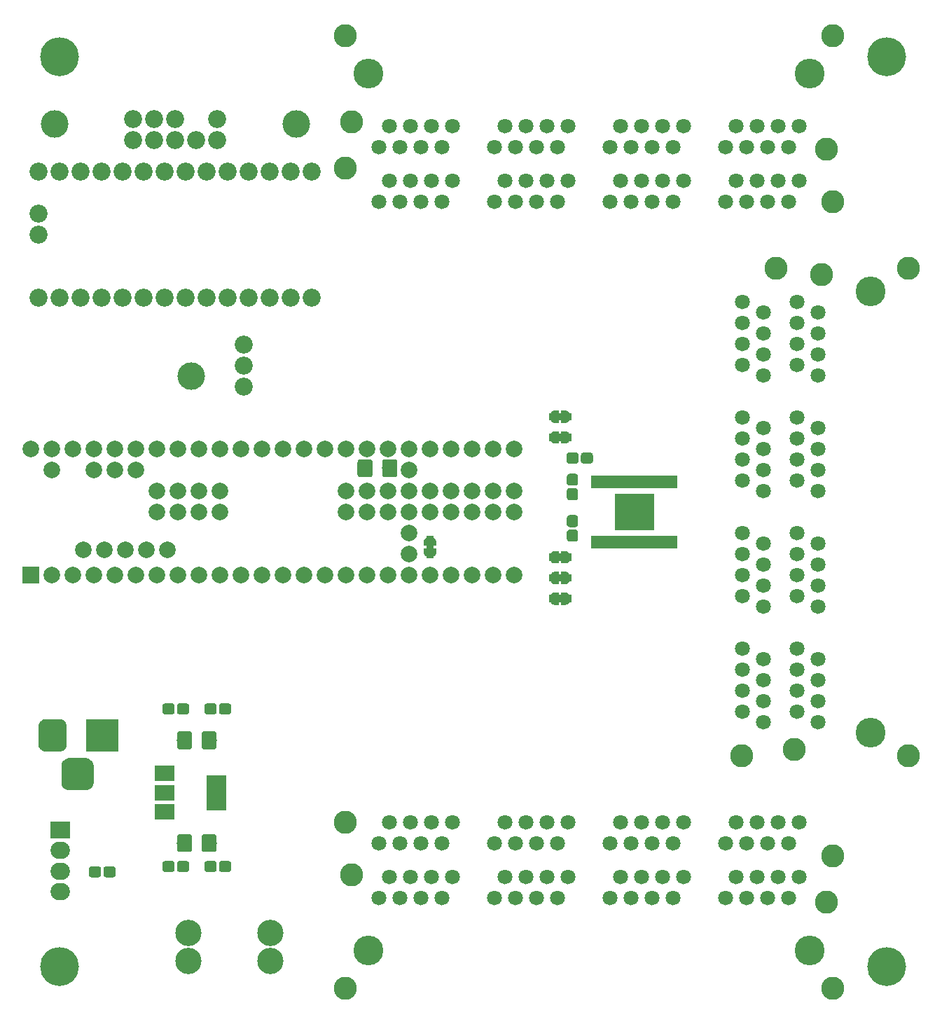
<source format=gts>
G04 #@! TF.GenerationSoftware,KiCad,Pcbnew,(5.0.0-rc2-dev-444-g2974a2c10)*
G04 #@! TF.CreationDate,2018-08-08T23:01:06-07:00*
G04 #@! TF.ProjectId,mcu_board,6D63755F626F6172642E6B696361645F,rev?*
G04 #@! TF.SameCoordinates,Original*
G04 #@! TF.FileFunction,Soldermask,Top*
G04 #@! TF.FilePolarity,Negative*
%FSLAX46Y46*%
G04 Gerber Fmt 4.6, Leading zero omitted, Abs format (unit mm)*
G04 Created by KiCad (PCBNEW (5.0.0-rc2-dev-444-g2974a2c10)) date 08/08/18 23:01:06*
%MOMM*%
%LPD*%
G01*
G04 APERTURE LIST*
%ADD10R,2.350000X2.100000*%
%ADD11O,2.350000X2.100000*%
%ADD12C,0.100000*%
%ADD13C,1.350000*%
%ADD14C,4.700000*%
%ADD15C,0.900000*%
%ADD16C,1.825000*%
%ADD17R,3.900000X3.900000*%
%ADD18C,3.400000*%
%ADD19C,3.900000*%
%ADD20C,3.180000*%
%ADD21R,0.800000X1.600000*%
%ADD22R,4.760000X4.510000*%
%ADD23R,2.400000X4.200000*%
%ADD24R,2.400000X1.900000*%
%ADD25C,3.321000*%
%ADD26C,2.178000*%
%ADD27C,1.808000*%
%ADD28C,2.800000*%
%ADD29C,3.600000*%
%ADD30C,2.000000*%
%ADD31R,2.000000X2.000000*%
G04 APERTURE END LIST*
D10*
X5080000Y-98440000D03*
D11*
X5080000Y-100940000D03*
X5080000Y-103440000D03*
X5080000Y-105940000D03*
D12*
G36*
X11455581Y-102846625D02*
X11488343Y-102851485D01*
X11520471Y-102859533D01*
X11551656Y-102870691D01*
X11581596Y-102884852D01*
X11610005Y-102901879D01*
X11636608Y-102921609D01*
X11661149Y-102943851D01*
X11683391Y-102968392D01*
X11703121Y-102994995D01*
X11720148Y-103023404D01*
X11734309Y-103053344D01*
X11745467Y-103084529D01*
X11753515Y-103116657D01*
X11758375Y-103149419D01*
X11760000Y-103182500D01*
X11760000Y-103857500D01*
X11758375Y-103890581D01*
X11753515Y-103923343D01*
X11745467Y-103955471D01*
X11734309Y-103986656D01*
X11720148Y-104016596D01*
X11703121Y-104045005D01*
X11683391Y-104071608D01*
X11661149Y-104096149D01*
X11636608Y-104118391D01*
X11610005Y-104138121D01*
X11581596Y-104155148D01*
X11551656Y-104169309D01*
X11520471Y-104180467D01*
X11488343Y-104188515D01*
X11455581Y-104193375D01*
X11422500Y-104195000D01*
X10647500Y-104195000D01*
X10614419Y-104193375D01*
X10581657Y-104188515D01*
X10549529Y-104180467D01*
X10518344Y-104169309D01*
X10488404Y-104155148D01*
X10459995Y-104138121D01*
X10433392Y-104118391D01*
X10408851Y-104096149D01*
X10386609Y-104071608D01*
X10366879Y-104045005D01*
X10349852Y-104016596D01*
X10335691Y-103986656D01*
X10324533Y-103955471D01*
X10316485Y-103923343D01*
X10311625Y-103890581D01*
X10310000Y-103857500D01*
X10310000Y-103182500D01*
X10311625Y-103149419D01*
X10316485Y-103116657D01*
X10324533Y-103084529D01*
X10335691Y-103053344D01*
X10349852Y-103023404D01*
X10366879Y-102994995D01*
X10386609Y-102968392D01*
X10408851Y-102943851D01*
X10433392Y-102921609D01*
X10459995Y-102901879D01*
X10488404Y-102884852D01*
X10518344Y-102870691D01*
X10549529Y-102859533D01*
X10581657Y-102851485D01*
X10614419Y-102846625D01*
X10647500Y-102845000D01*
X11422500Y-102845000D01*
X11455581Y-102846625D01*
X11455581Y-102846625D01*
G37*
D13*
X11035000Y-103520000D03*
D12*
G36*
X9705581Y-102846625D02*
X9738343Y-102851485D01*
X9770471Y-102859533D01*
X9801656Y-102870691D01*
X9831596Y-102884852D01*
X9860005Y-102901879D01*
X9886608Y-102921609D01*
X9911149Y-102943851D01*
X9933391Y-102968392D01*
X9953121Y-102994995D01*
X9970148Y-103023404D01*
X9984309Y-103053344D01*
X9995467Y-103084529D01*
X10003515Y-103116657D01*
X10008375Y-103149419D01*
X10010000Y-103182500D01*
X10010000Y-103857500D01*
X10008375Y-103890581D01*
X10003515Y-103923343D01*
X9995467Y-103955471D01*
X9984309Y-103986656D01*
X9970148Y-104016596D01*
X9953121Y-104045005D01*
X9933391Y-104071608D01*
X9911149Y-104096149D01*
X9886608Y-104118391D01*
X9860005Y-104138121D01*
X9831596Y-104155148D01*
X9801656Y-104169309D01*
X9770471Y-104180467D01*
X9738343Y-104188515D01*
X9705581Y-104193375D01*
X9672500Y-104195000D01*
X8897500Y-104195000D01*
X8864419Y-104193375D01*
X8831657Y-104188515D01*
X8799529Y-104180467D01*
X8768344Y-104169309D01*
X8738404Y-104155148D01*
X8709995Y-104138121D01*
X8683392Y-104118391D01*
X8658851Y-104096149D01*
X8636609Y-104071608D01*
X8616879Y-104045005D01*
X8599852Y-104016596D01*
X8585691Y-103986656D01*
X8574533Y-103955471D01*
X8566485Y-103923343D01*
X8561625Y-103890581D01*
X8560000Y-103857500D01*
X8560000Y-103182500D01*
X8561625Y-103149419D01*
X8566485Y-103116657D01*
X8574533Y-103084529D01*
X8585691Y-103053344D01*
X8599852Y-103023404D01*
X8616879Y-102994995D01*
X8636609Y-102968392D01*
X8658851Y-102943851D01*
X8683392Y-102921609D01*
X8709995Y-102901879D01*
X8738404Y-102884852D01*
X8768344Y-102870691D01*
X8799529Y-102859533D01*
X8831657Y-102851485D01*
X8864419Y-102846625D01*
X8897500Y-102845000D01*
X9672500Y-102845000D01*
X9705581Y-102846625D01*
X9705581Y-102846625D01*
G37*
D13*
X9285000Y-103520000D03*
D14*
X105000000Y-115000000D03*
X5000000Y-5000000D03*
X5000000Y-115000000D03*
X105000000Y-5000000D03*
D15*
X49771097Y-63623964D03*
D12*
G36*
X50221097Y-64123964D02*
X50221097Y-64323964D01*
X50071097Y-64323964D01*
X50071097Y-64523964D01*
X49471097Y-64523964D01*
X49471097Y-64323964D01*
X49321097Y-64323964D01*
X49321097Y-64123964D01*
X49021097Y-64123964D01*
X49021097Y-63623964D01*
X49021699Y-63623964D01*
X49021699Y-63599430D01*
X49026509Y-63550599D01*
X49036081Y-63502474D01*
X49050325Y-63455519D01*
X49069102Y-63410186D01*
X49092233Y-63366913D01*
X49119493Y-63326114D01*
X49150621Y-63288185D01*
X49185318Y-63253488D01*
X49223247Y-63222360D01*
X49264046Y-63195100D01*
X49307319Y-63171969D01*
X49321097Y-63166262D01*
X49321097Y-62923964D01*
X50221097Y-62923964D01*
X50221097Y-63166262D01*
X50234875Y-63171969D01*
X50278148Y-63195100D01*
X50318947Y-63222360D01*
X50356876Y-63253488D01*
X50391573Y-63288185D01*
X50422701Y-63326114D01*
X50449961Y-63366913D01*
X50473092Y-63410186D01*
X50491869Y-63455519D01*
X50506113Y-63502474D01*
X50515685Y-63550599D01*
X50520495Y-63599430D01*
X50520495Y-63623964D01*
X50521097Y-63623964D01*
X50521097Y-64123964D01*
X50221097Y-64123964D01*
X50221097Y-64123964D01*
G37*
D15*
X49771097Y-64923964D03*
D12*
G36*
X50520495Y-64923964D02*
X50520495Y-64948498D01*
X50515685Y-64997329D01*
X50506113Y-65045454D01*
X50491869Y-65092409D01*
X50473092Y-65137742D01*
X50449961Y-65181015D01*
X50422701Y-65221814D01*
X50391573Y-65259743D01*
X50356876Y-65294440D01*
X50318947Y-65325568D01*
X50278148Y-65352828D01*
X50234875Y-65375959D01*
X50221097Y-65381666D01*
X50221097Y-65623964D01*
X49321097Y-65623964D01*
X49321097Y-65381666D01*
X49307319Y-65375959D01*
X49264046Y-65352828D01*
X49223247Y-65325568D01*
X49185318Y-65294440D01*
X49150621Y-65259743D01*
X49119493Y-65221814D01*
X49092233Y-65181015D01*
X49069102Y-65137742D01*
X49050325Y-65092409D01*
X49036081Y-65045454D01*
X49026509Y-64997329D01*
X49021699Y-64948498D01*
X49021699Y-64923964D01*
X49021097Y-64923964D01*
X49021097Y-64423964D01*
X49321097Y-64423964D01*
X49321097Y-64223964D01*
X50221097Y-64223964D01*
X50221097Y-64423964D01*
X50521097Y-64423964D01*
X50521097Y-64923964D01*
X50520495Y-64923964D01*
X50520495Y-64923964D01*
G37*
G36*
X67370581Y-55401625D02*
X67403343Y-55406485D01*
X67435471Y-55414533D01*
X67466656Y-55425691D01*
X67496596Y-55439852D01*
X67525005Y-55456879D01*
X67551608Y-55476609D01*
X67576149Y-55498851D01*
X67598391Y-55523392D01*
X67618121Y-55549995D01*
X67635148Y-55578404D01*
X67649309Y-55608344D01*
X67660467Y-55639529D01*
X67668515Y-55671657D01*
X67673375Y-55704419D01*
X67675000Y-55737500D01*
X67675000Y-56512500D01*
X67673375Y-56545581D01*
X67668515Y-56578343D01*
X67660467Y-56610471D01*
X67649309Y-56641656D01*
X67635148Y-56671596D01*
X67618121Y-56700005D01*
X67598391Y-56726608D01*
X67576149Y-56751149D01*
X67551608Y-56773391D01*
X67525005Y-56793121D01*
X67496596Y-56810148D01*
X67466656Y-56824309D01*
X67435471Y-56835467D01*
X67403343Y-56843515D01*
X67370581Y-56848375D01*
X67337500Y-56850000D01*
X66662500Y-56850000D01*
X66629419Y-56848375D01*
X66596657Y-56843515D01*
X66564529Y-56835467D01*
X66533344Y-56824309D01*
X66503404Y-56810148D01*
X66474995Y-56793121D01*
X66448392Y-56773391D01*
X66423851Y-56751149D01*
X66401609Y-56726608D01*
X66381879Y-56700005D01*
X66364852Y-56671596D01*
X66350691Y-56641656D01*
X66339533Y-56610471D01*
X66331485Y-56578343D01*
X66326625Y-56545581D01*
X66325000Y-56512500D01*
X66325000Y-55737500D01*
X66326625Y-55704419D01*
X66331485Y-55671657D01*
X66339533Y-55639529D01*
X66350691Y-55608344D01*
X66364852Y-55578404D01*
X66381879Y-55549995D01*
X66401609Y-55523392D01*
X66423851Y-55498851D01*
X66448392Y-55476609D01*
X66474995Y-55456879D01*
X66503404Y-55439852D01*
X66533344Y-55425691D01*
X66564529Y-55414533D01*
X66596657Y-55406485D01*
X66629419Y-55401625D01*
X66662500Y-55400000D01*
X67337500Y-55400000D01*
X67370581Y-55401625D01*
X67370581Y-55401625D01*
G37*
D13*
X67000000Y-56125000D03*
D12*
G36*
X67370581Y-57151625D02*
X67403343Y-57156485D01*
X67435471Y-57164533D01*
X67466656Y-57175691D01*
X67496596Y-57189852D01*
X67525005Y-57206879D01*
X67551608Y-57226609D01*
X67576149Y-57248851D01*
X67598391Y-57273392D01*
X67618121Y-57299995D01*
X67635148Y-57328404D01*
X67649309Y-57358344D01*
X67660467Y-57389529D01*
X67668515Y-57421657D01*
X67673375Y-57454419D01*
X67675000Y-57487500D01*
X67675000Y-58262500D01*
X67673375Y-58295581D01*
X67668515Y-58328343D01*
X67660467Y-58360471D01*
X67649309Y-58391656D01*
X67635148Y-58421596D01*
X67618121Y-58450005D01*
X67598391Y-58476608D01*
X67576149Y-58501149D01*
X67551608Y-58523391D01*
X67525005Y-58543121D01*
X67496596Y-58560148D01*
X67466656Y-58574309D01*
X67435471Y-58585467D01*
X67403343Y-58593515D01*
X67370581Y-58598375D01*
X67337500Y-58600000D01*
X66662500Y-58600000D01*
X66629419Y-58598375D01*
X66596657Y-58593515D01*
X66564529Y-58585467D01*
X66533344Y-58574309D01*
X66503404Y-58560148D01*
X66474995Y-58543121D01*
X66448392Y-58523391D01*
X66423851Y-58501149D01*
X66401609Y-58476608D01*
X66381879Y-58450005D01*
X66364852Y-58421596D01*
X66350691Y-58391656D01*
X66339533Y-58360471D01*
X66331485Y-58328343D01*
X66326625Y-58295581D01*
X66325000Y-58262500D01*
X66325000Y-57487500D01*
X66326625Y-57454419D01*
X66331485Y-57421657D01*
X66339533Y-57389529D01*
X66350691Y-57358344D01*
X66364852Y-57328404D01*
X66381879Y-57299995D01*
X66401609Y-57273392D01*
X66423851Y-57248851D01*
X66448392Y-57226609D01*
X66474995Y-57206879D01*
X66503404Y-57189852D01*
X66533344Y-57175691D01*
X66564529Y-57164533D01*
X66596657Y-57156485D01*
X66629419Y-57151625D01*
X66662500Y-57150000D01*
X67337500Y-57150000D01*
X67370581Y-57151625D01*
X67370581Y-57151625D01*
G37*
D13*
X67000000Y-57875000D03*
D12*
G36*
X23701207Y-98976542D02*
X23732287Y-98981152D01*
X23762766Y-98988787D01*
X23792350Y-98999372D01*
X23820754Y-99012806D01*
X23847704Y-99028959D01*
X23872942Y-99047677D01*
X23896223Y-99068777D01*
X23917323Y-99092058D01*
X23936041Y-99117296D01*
X23952194Y-99144246D01*
X23965628Y-99172650D01*
X23976213Y-99202234D01*
X23983848Y-99232713D01*
X23988458Y-99263793D01*
X23990000Y-99295176D01*
X23990000Y-100804824D01*
X23988458Y-100836207D01*
X23983848Y-100867287D01*
X23976213Y-100897766D01*
X23965628Y-100927350D01*
X23952194Y-100955754D01*
X23936041Y-100982704D01*
X23917323Y-101007942D01*
X23896223Y-101031223D01*
X23872942Y-101052323D01*
X23847704Y-101071041D01*
X23820754Y-101087194D01*
X23792350Y-101100628D01*
X23762766Y-101111213D01*
X23732287Y-101118848D01*
X23701207Y-101123458D01*
X23669824Y-101125000D01*
X22485176Y-101125000D01*
X22453793Y-101123458D01*
X22422713Y-101118848D01*
X22392234Y-101111213D01*
X22362650Y-101100628D01*
X22334246Y-101087194D01*
X22307296Y-101071041D01*
X22282058Y-101052323D01*
X22258777Y-101031223D01*
X22237677Y-101007942D01*
X22218959Y-100982704D01*
X22202806Y-100955754D01*
X22189372Y-100927350D01*
X22178787Y-100897766D01*
X22171152Y-100867287D01*
X22166542Y-100836207D01*
X22165000Y-100804824D01*
X22165000Y-99295176D01*
X22166542Y-99263793D01*
X22171152Y-99232713D01*
X22178787Y-99202234D01*
X22189372Y-99172650D01*
X22202806Y-99144246D01*
X22218959Y-99117296D01*
X22237677Y-99092058D01*
X22258777Y-99068777D01*
X22282058Y-99047677D01*
X22307296Y-99028959D01*
X22334246Y-99012806D01*
X22362650Y-98999372D01*
X22392234Y-98988787D01*
X22422713Y-98981152D01*
X22453793Y-98976542D01*
X22485176Y-98975000D01*
X23669824Y-98975000D01*
X23701207Y-98976542D01*
X23701207Y-98976542D01*
G37*
D16*
X23077500Y-100050000D03*
D12*
G36*
X20726207Y-98976542D02*
X20757287Y-98981152D01*
X20787766Y-98988787D01*
X20817350Y-98999372D01*
X20845754Y-99012806D01*
X20872704Y-99028959D01*
X20897942Y-99047677D01*
X20921223Y-99068777D01*
X20942323Y-99092058D01*
X20961041Y-99117296D01*
X20977194Y-99144246D01*
X20990628Y-99172650D01*
X21001213Y-99202234D01*
X21008848Y-99232713D01*
X21013458Y-99263793D01*
X21015000Y-99295176D01*
X21015000Y-100804824D01*
X21013458Y-100836207D01*
X21008848Y-100867287D01*
X21001213Y-100897766D01*
X20990628Y-100927350D01*
X20977194Y-100955754D01*
X20961041Y-100982704D01*
X20942323Y-101007942D01*
X20921223Y-101031223D01*
X20897942Y-101052323D01*
X20872704Y-101071041D01*
X20845754Y-101087194D01*
X20817350Y-101100628D01*
X20787766Y-101111213D01*
X20757287Y-101118848D01*
X20726207Y-101123458D01*
X20694824Y-101125000D01*
X19510176Y-101125000D01*
X19478793Y-101123458D01*
X19447713Y-101118848D01*
X19417234Y-101111213D01*
X19387650Y-101100628D01*
X19359246Y-101087194D01*
X19332296Y-101071041D01*
X19307058Y-101052323D01*
X19283777Y-101031223D01*
X19262677Y-101007942D01*
X19243959Y-100982704D01*
X19227806Y-100955754D01*
X19214372Y-100927350D01*
X19203787Y-100897766D01*
X19196152Y-100867287D01*
X19191542Y-100836207D01*
X19190000Y-100804824D01*
X19190000Y-99295176D01*
X19191542Y-99263793D01*
X19196152Y-99232713D01*
X19203787Y-99202234D01*
X19214372Y-99172650D01*
X19227806Y-99144246D01*
X19243959Y-99117296D01*
X19262677Y-99092058D01*
X19283777Y-99068777D01*
X19307058Y-99047677D01*
X19332296Y-99028959D01*
X19359246Y-99012806D01*
X19387650Y-98999372D01*
X19417234Y-98988787D01*
X19447713Y-98981152D01*
X19478793Y-98976542D01*
X19510176Y-98975000D01*
X20694824Y-98975000D01*
X20726207Y-98976542D01*
X20726207Y-98976542D01*
G37*
D16*
X20102500Y-100050000D03*
D12*
G36*
X23701207Y-86556542D02*
X23732287Y-86561152D01*
X23762766Y-86568787D01*
X23792350Y-86579372D01*
X23820754Y-86592806D01*
X23847704Y-86608959D01*
X23872942Y-86627677D01*
X23896223Y-86648777D01*
X23917323Y-86672058D01*
X23936041Y-86697296D01*
X23952194Y-86724246D01*
X23965628Y-86752650D01*
X23976213Y-86782234D01*
X23983848Y-86812713D01*
X23988458Y-86843793D01*
X23990000Y-86875176D01*
X23990000Y-88384824D01*
X23988458Y-88416207D01*
X23983848Y-88447287D01*
X23976213Y-88477766D01*
X23965628Y-88507350D01*
X23952194Y-88535754D01*
X23936041Y-88562704D01*
X23917323Y-88587942D01*
X23896223Y-88611223D01*
X23872942Y-88632323D01*
X23847704Y-88651041D01*
X23820754Y-88667194D01*
X23792350Y-88680628D01*
X23762766Y-88691213D01*
X23732287Y-88698848D01*
X23701207Y-88703458D01*
X23669824Y-88705000D01*
X22485176Y-88705000D01*
X22453793Y-88703458D01*
X22422713Y-88698848D01*
X22392234Y-88691213D01*
X22362650Y-88680628D01*
X22334246Y-88667194D01*
X22307296Y-88651041D01*
X22282058Y-88632323D01*
X22258777Y-88611223D01*
X22237677Y-88587942D01*
X22218959Y-88562704D01*
X22202806Y-88535754D01*
X22189372Y-88507350D01*
X22178787Y-88477766D01*
X22171152Y-88447287D01*
X22166542Y-88416207D01*
X22165000Y-88384824D01*
X22165000Y-86875176D01*
X22166542Y-86843793D01*
X22171152Y-86812713D01*
X22178787Y-86782234D01*
X22189372Y-86752650D01*
X22202806Y-86724246D01*
X22218959Y-86697296D01*
X22237677Y-86672058D01*
X22258777Y-86648777D01*
X22282058Y-86627677D01*
X22307296Y-86608959D01*
X22334246Y-86592806D01*
X22362650Y-86579372D01*
X22392234Y-86568787D01*
X22422713Y-86561152D01*
X22453793Y-86556542D01*
X22485176Y-86555000D01*
X23669824Y-86555000D01*
X23701207Y-86556542D01*
X23701207Y-86556542D01*
G37*
D16*
X23077500Y-87630000D03*
D12*
G36*
X20726207Y-86556542D02*
X20757287Y-86561152D01*
X20787766Y-86568787D01*
X20817350Y-86579372D01*
X20845754Y-86592806D01*
X20872704Y-86608959D01*
X20897942Y-86627677D01*
X20921223Y-86648777D01*
X20942323Y-86672058D01*
X20961041Y-86697296D01*
X20977194Y-86724246D01*
X20990628Y-86752650D01*
X21001213Y-86782234D01*
X21008848Y-86812713D01*
X21013458Y-86843793D01*
X21015000Y-86875176D01*
X21015000Y-88384824D01*
X21013458Y-88416207D01*
X21008848Y-88447287D01*
X21001213Y-88477766D01*
X20990628Y-88507350D01*
X20977194Y-88535754D01*
X20961041Y-88562704D01*
X20942323Y-88587942D01*
X20921223Y-88611223D01*
X20897942Y-88632323D01*
X20872704Y-88651041D01*
X20845754Y-88667194D01*
X20817350Y-88680628D01*
X20787766Y-88691213D01*
X20757287Y-88698848D01*
X20726207Y-88703458D01*
X20694824Y-88705000D01*
X19510176Y-88705000D01*
X19478793Y-88703458D01*
X19447713Y-88698848D01*
X19417234Y-88691213D01*
X19387650Y-88680628D01*
X19359246Y-88667194D01*
X19332296Y-88651041D01*
X19307058Y-88632323D01*
X19283777Y-88611223D01*
X19262677Y-88587942D01*
X19243959Y-88562704D01*
X19227806Y-88535754D01*
X19214372Y-88507350D01*
X19203787Y-88477766D01*
X19196152Y-88447287D01*
X19191542Y-88416207D01*
X19190000Y-88384824D01*
X19190000Y-86875176D01*
X19191542Y-86843793D01*
X19196152Y-86812713D01*
X19203787Y-86782234D01*
X19214372Y-86752650D01*
X19227806Y-86724246D01*
X19243959Y-86697296D01*
X19262677Y-86672058D01*
X19283777Y-86648777D01*
X19307058Y-86627677D01*
X19332296Y-86608959D01*
X19359246Y-86592806D01*
X19387650Y-86579372D01*
X19417234Y-86568787D01*
X19447713Y-86561152D01*
X19478793Y-86556542D01*
X19510176Y-86555000D01*
X20694824Y-86555000D01*
X20726207Y-86556542D01*
X20726207Y-86556542D01*
G37*
D16*
X20102500Y-87630000D03*
D12*
G36*
X45532304Y-53660506D02*
X45563384Y-53665116D01*
X45593863Y-53672751D01*
X45623447Y-53683336D01*
X45651851Y-53696770D01*
X45678801Y-53712923D01*
X45704039Y-53731641D01*
X45727320Y-53752741D01*
X45748420Y-53776022D01*
X45767138Y-53801260D01*
X45783291Y-53828210D01*
X45796725Y-53856614D01*
X45807310Y-53886198D01*
X45814945Y-53916677D01*
X45819555Y-53947757D01*
X45821097Y-53979140D01*
X45821097Y-55488788D01*
X45819555Y-55520171D01*
X45814945Y-55551251D01*
X45807310Y-55581730D01*
X45796725Y-55611314D01*
X45783291Y-55639718D01*
X45767138Y-55666668D01*
X45748420Y-55691906D01*
X45727320Y-55715187D01*
X45704039Y-55736287D01*
X45678801Y-55755005D01*
X45651851Y-55771158D01*
X45623447Y-55784592D01*
X45593863Y-55795177D01*
X45563384Y-55802812D01*
X45532304Y-55807422D01*
X45500921Y-55808964D01*
X44316273Y-55808964D01*
X44284890Y-55807422D01*
X44253810Y-55802812D01*
X44223331Y-55795177D01*
X44193747Y-55784592D01*
X44165343Y-55771158D01*
X44138393Y-55755005D01*
X44113155Y-55736287D01*
X44089874Y-55715187D01*
X44068774Y-55691906D01*
X44050056Y-55666668D01*
X44033903Y-55639718D01*
X44020469Y-55611314D01*
X44009884Y-55581730D01*
X44002249Y-55551251D01*
X43997639Y-55520171D01*
X43996097Y-55488788D01*
X43996097Y-53979140D01*
X43997639Y-53947757D01*
X44002249Y-53916677D01*
X44009884Y-53886198D01*
X44020469Y-53856614D01*
X44033903Y-53828210D01*
X44050056Y-53801260D01*
X44068774Y-53776022D01*
X44089874Y-53752741D01*
X44113155Y-53731641D01*
X44138393Y-53712923D01*
X44165343Y-53696770D01*
X44193747Y-53683336D01*
X44223331Y-53672751D01*
X44253810Y-53665116D01*
X44284890Y-53660506D01*
X44316273Y-53658964D01*
X45500921Y-53658964D01*
X45532304Y-53660506D01*
X45532304Y-53660506D01*
G37*
D16*
X44908597Y-54733964D03*
D12*
G36*
X42557304Y-53660506D02*
X42588384Y-53665116D01*
X42618863Y-53672751D01*
X42648447Y-53683336D01*
X42676851Y-53696770D01*
X42703801Y-53712923D01*
X42729039Y-53731641D01*
X42752320Y-53752741D01*
X42773420Y-53776022D01*
X42792138Y-53801260D01*
X42808291Y-53828210D01*
X42821725Y-53856614D01*
X42832310Y-53886198D01*
X42839945Y-53916677D01*
X42844555Y-53947757D01*
X42846097Y-53979140D01*
X42846097Y-55488788D01*
X42844555Y-55520171D01*
X42839945Y-55551251D01*
X42832310Y-55581730D01*
X42821725Y-55611314D01*
X42808291Y-55639718D01*
X42792138Y-55666668D01*
X42773420Y-55691906D01*
X42752320Y-55715187D01*
X42729039Y-55736287D01*
X42703801Y-55755005D01*
X42676851Y-55771158D01*
X42648447Y-55784592D01*
X42618863Y-55795177D01*
X42588384Y-55802812D01*
X42557304Y-55807422D01*
X42525921Y-55808964D01*
X41341273Y-55808964D01*
X41309890Y-55807422D01*
X41278810Y-55802812D01*
X41248331Y-55795177D01*
X41218747Y-55784592D01*
X41190343Y-55771158D01*
X41163393Y-55755005D01*
X41138155Y-55736287D01*
X41114874Y-55715187D01*
X41093774Y-55691906D01*
X41075056Y-55666668D01*
X41058903Y-55639718D01*
X41045469Y-55611314D01*
X41034884Y-55581730D01*
X41027249Y-55551251D01*
X41022639Y-55520171D01*
X41021097Y-55488788D01*
X41021097Y-53979140D01*
X41022639Y-53947757D01*
X41027249Y-53916677D01*
X41034884Y-53886198D01*
X41045469Y-53856614D01*
X41058903Y-53828210D01*
X41075056Y-53801260D01*
X41093774Y-53776022D01*
X41114874Y-53752741D01*
X41138155Y-53731641D01*
X41163393Y-53712923D01*
X41190343Y-53696770D01*
X41218747Y-53683336D01*
X41248331Y-53672751D01*
X41278810Y-53665116D01*
X41309890Y-53660506D01*
X41341273Y-53658964D01*
X42525921Y-53658964D01*
X42557304Y-53660506D01*
X42557304Y-53660506D01*
G37*
D16*
X41933597Y-54733964D03*
D17*
X10160000Y-87010000D03*
D12*
G36*
X5093315Y-85064093D02*
X5175827Y-85076333D01*
X5256742Y-85096601D01*
X5335281Y-85124702D01*
X5410687Y-85160367D01*
X5482235Y-85203251D01*
X5549234Y-85252941D01*
X5611041Y-85308959D01*
X5667059Y-85370766D01*
X5716749Y-85437765D01*
X5759633Y-85509313D01*
X5795298Y-85584719D01*
X5823399Y-85663258D01*
X5843667Y-85744173D01*
X5855907Y-85826685D01*
X5860000Y-85910000D01*
X5860000Y-88110000D01*
X5855907Y-88193315D01*
X5843667Y-88275827D01*
X5823399Y-88356742D01*
X5795298Y-88435281D01*
X5759633Y-88510687D01*
X5716749Y-88582235D01*
X5667059Y-88649234D01*
X5611041Y-88711041D01*
X5549234Y-88767059D01*
X5482235Y-88816749D01*
X5410687Y-88859633D01*
X5335281Y-88895298D01*
X5256742Y-88923399D01*
X5175827Y-88943667D01*
X5093315Y-88955907D01*
X5010000Y-88960000D01*
X3310000Y-88960000D01*
X3226685Y-88955907D01*
X3144173Y-88943667D01*
X3063258Y-88923399D01*
X2984719Y-88895298D01*
X2909313Y-88859633D01*
X2837765Y-88816749D01*
X2770766Y-88767059D01*
X2708959Y-88711041D01*
X2652941Y-88649234D01*
X2603251Y-88582235D01*
X2560367Y-88510687D01*
X2524702Y-88435281D01*
X2496601Y-88356742D01*
X2476333Y-88275827D01*
X2464093Y-88193315D01*
X2460000Y-88110000D01*
X2460000Y-85910000D01*
X2464093Y-85826685D01*
X2476333Y-85744173D01*
X2496601Y-85663258D01*
X2524702Y-85584719D01*
X2560367Y-85509313D01*
X2603251Y-85437765D01*
X2652941Y-85370766D01*
X2708959Y-85308959D01*
X2770766Y-85252941D01*
X2837765Y-85203251D01*
X2909313Y-85160367D01*
X2984719Y-85124702D01*
X3063258Y-85096601D01*
X3144173Y-85076333D01*
X3226685Y-85064093D01*
X3310000Y-85060000D01*
X5010000Y-85060000D01*
X5093315Y-85064093D01*
X5093315Y-85064093D01*
G37*
D18*
X4160000Y-87010000D03*
D12*
G36*
X8230567Y-89764695D02*
X8325213Y-89778734D01*
X8418028Y-89801983D01*
X8508116Y-89834217D01*
X8594612Y-89875127D01*
X8676681Y-89924317D01*
X8753533Y-89981315D01*
X8824429Y-90045571D01*
X8888685Y-90116467D01*
X8945683Y-90193319D01*
X8994873Y-90275388D01*
X9035783Y-90361884D01*
X9068017Y-90451972D01*
X9091266Y-90544787D01*
X9105305Y-90639433D01*
X9110000Y-90735000D01*
X9110000Y-92685000D01*
X9105305Y-92780567D01*
X9091266Y-92875213D01*
X9068017Y-92968028D01*
X9035783Y-93058116D01*
X8994873Y-93144612D01*
X8945683Y-93226681D01*
X8888685Y-93303533D01*
X8824429Y-93374429D01*
X8753533Y-93438685D01*
X8676681Y-93495683D01*
X8594612Y-93544873D01*
X8508116Y-93585783D01*
X8418028Y-93618017D01*
X8325213Y-93641266D01*
X8230567Y-93655305D01*
X8135000Y-93660000D01*
X6185000Y-93660000D01*
X6089433Y-93655305D01*
X5994787Y-93641266D01*
X5901972Y-93618017D01*
X5811884Y-93585783D01*
X5725388Y-93544873D01*
X5643319Y-93495683D01*
X5566467Y-93438685D01*
X5495571Y-93374429D01*
X5431315Y-93303533D01*
X5374317Y-93226681D01*
X5325127Y-93144612D01*
X5284217Y-93058116D01*
X5251983Y-92968028D01*
X5228734Y-92875213D01*
X5214695Y-92780567D01*
X5210000Y-92685000D01*
X5210000Y-90735000D01*
X5214695Y-90639433D01*
X5228734Y-90544787D01*
X5251983Y-90451972D01*
X5284217Y-90361884D01*
X5325127Y-90275388D01*
X5374317Y-90193319D01*
X5431315Y-90116467D01*
X5495571Y-90045571D01*
X5566467Y-89981315D01*
X5643319Y-89924317D01*
X5725388Y-89875127D01*
X5811884Y-89834217D01*
X5901972Y-89801983D01*
X5994787Y-89778734D01*
X6089433Y-89764695D01*
X6185000Y-89760000D01*
X8135000Y-89760000D01*
X8230567Y-89764695D01*
X8230567Y-89764695D01*
G37*
D19*
X7160000Y-91710000D03*
D20*
X30480000Y-114300000D03*
X30480000Y-110900000D03*
X20560000Y-114300000D03*
X20560000Y-110900000D03*
D15*
X64850000Y-51000000D03*
D12*
G36*
X65350000Y-50550000D02*
X65550000Y-50550000D01*
X65550000Y-50700000D01*
X65750000Y-50700000D01*
X65750000Y-51300000D01*
X65550000Y-51300000D01*
X65550000Y-51450000D01*
X65350000Y-51450000D01*
X65350000Y-51750000D01*
X64850000Y-51750000D01*
X64850000Y-51749398D01*
X64825466Y-51749398D01*
X64776635Y-51744588D01*
X64728510Y-51735016D01*
X64681555Y-51720772D01*
X64636222Y-51701995D01*
X64592949Y-51678864D01*
X64552150Y-51651604D01*
X64514221Y-51620476D01*
X64479524Y-51585779D01*
X64448396Y-51547850D01*
X64421136Y-51507051D01*
X64398005Y-51463778D01*
X64392298Y-51450000D01*
X64150000Y-51450000D01*
X64150000Y-50550000D01*
X64392298Y-50550000D01*
X64398005Y-50536222D01*
X64421136Y-50492949D01*
X64448396Y-50452150D01*
X64479524Y-50414221D01*
X64514221Y-50379524D01*
X64552150Y-50348396D01*
X64592949Y-50321136D01*
X64636222Y-50298005D01*
X64681555Y-50279228D01*
X64728510Y-50264984D01*
X64776635Y-50255412D01*
X64825466Y-50250602D01*
X64850000Y-50250602D01*
X64850000Y-50250000D01*
X65350000Y-50250000D01*
X65350000Y-50550000D01*
X65350000Y-50550000D01*
G37*
D15*
X66150000Y-51000000D03*
D12*
G36*
X66150000Y-50250602D02*
X66174534Y-50250602D01*
X66223365Y-50255412D01*
X66271490Y-50264984D01*
X66318445Y-50279228D01*
X66363778Y-50298005D01*
X66407051Y-50321136D01*
X66447850Y-50348396D01*
X66485779Y-50379524D01*
X66520476Y-50414221D01*
X66551604Y-50452150D01*
X66578864Y-50492949D01*
X66601995Y-50536222D01*
X66607702Y-50550000D01*
X66850000Y-50550000D01*
X66850000Y-51450000D01*
X66607702Y-51450000D01*
X66601995Y-51463778D01*
X66578864Y-51507051D01*
X66551604Y-51547850D01*
X66520476Y-51585779D01*
X66485779Y-51620476D01*
X66447850Y-51651604D01*
X66407051Y-51678864D01*
X66363778Y-51701995D01*
X66318445Y-51720772D01*
X66271490Y-51735016D01*
X66223365Y-51744588D01*
X66174534Y-51749398D01*
X66150000Y-51749398D01*
X66150000Y-51750000D01*
X65650000Y-51750000D01*
X65650000Y-51450000D01*
X65450000Y-51450000D01*
X65450000Y-50550000D01*
X65650000Y-50550000D01*
X65650000Y-50250000D01*
X66150000Y-50250000D01*
X66150000Y-50250602D01*
X66150000Y-50250602D01*
G37*
D15*
X66150000Y-70500000D03*
D12*
G36*
X66150000Y-69750602D02*
X66174534Y-69750602D01*
X66223365Y-69755412D01*
X66271490Y-69764984D01*
X66318445Y-69779228D01*
X66363778Y-69798005D01*
X66407051Y-69821136D01*
X66447850Y-69848396D01*
X66485779Y-69879524D01*
X66520476Y-69914221D01*
X66551604Y-69952150D01*
X66578864Y-69992949D01*
X66601995Y-70036222D01*
X66607702Y-70050000D01*
X66850000Y-70050000D01*
X66850000Y-70950000D01*
X66607702Y-70950000D01*
X66601995Y-70963778D01*
X66578864Y-71007051D01*
X66551604Y-71047850D01*
X66520476Y-71085779D01*
X66485779Y-71120476D01*
X66447850Y-71151604D01*
X66407051Y-71178864D01*
X66363778Y-71201995D01*
X66318445Y-71220772D01*
X66271490Y-71235016D01*
X66223365Y-71244588D01*
X66174534Y-71249398D01*
X66150000Y-71249398D01*
X66150000Y-71250000D01*
X65650000Y-71250000D01*
X65650000Y-70950000D01*
X65450000Y-70950000D01*
X65450000Y-70050000D01*
X65650000Y-70050000D01*
X65650000Y-69750000D01*
X66150000Y-69750000D01*
X66150000Y-69750602D01*
X66150000Y-69750602D01*
G37*
D15*
X64850000Y-70500000D03*
D12*
G36*
X65350000Y-70050000D02*
X65550000Y-70050000D01*
X65550000Y-70200000D01*
X65750000Y-70200000D01*
X65750000Y-70800000D01*
X65550000Y-70800000D01*
X65550000Y-70950000D01*
X65350000Y-70950000D01*
X65350000Y-71250000D01*
X64850000Y-71250000D01*
X64850000Y-71249398D01*
X64825466Y-71249398D01*
X64776635Y-71244588D01*
X64728510Y-71235016D01*
X64681555Y-71220772D01*
X64636222Y-71201995D01*
X64592949Y-71178864D01*
X64552150Y-71151604D01*
X64514221Y-71120476D01*
X64479524Y-71085779D01*
X64448396Y-71047850D01*
X64421136Y-71007051D01*
X64398005Y-70963778D01*
X64392298Y-70950000D01*
X64150000Y-70950000D01*
X64150000Y-70050000D01*
X64392298Y-70050000D01*
X64398005Y-70036222D01*
X64421136Y-69992949D01*
X64448396Y-69952150D01*
X64479524Y-69914221D01*
X64514221Y-69879524D01*
X64552150Y-69848396D01*
X64592949Y-69821136D01*
X64636222Y-69798005D01*
X64681555Y-69779228D01*
X64728510Y-69764984D01*
X64776635Y-69755412D01*
X64825466Y-69750602D01*
X64850000Y-69750602D01*
X64850000Y-69750000D01*
X65350000Y-69750000D01*
X65350000Y-70050000D01*
X65350000Y-70050000D01*
G37*
D15*
X64850000Y-65500000D03*
D12*
G36*
X65350000Y-65050000D02*
X65550000Y-65050000D01*
X65550000Y-65200000D01*
X65750000Y-65200000D01*
X65750000Y-65800000D01*
X65550000Y-65800000D01*
X65550000Y-65950000D01*
X65350000Y-65950000D01*
X65350000Y-66250000D01*
X64850000Y-66250000D01*
X64850000Y-66249398D01*
X64825466Y-66249398D01*
X64776635Y-66244588D01*
X64728510Y-66235016D01*
X64681555Y-66220772D01*
X64636222Y-66201995D01*
X64592949Y-66178864D01*
X64552150Y-66151604D01*
X64514221Y-66120476D01*
X64479524Y-66085779D01*
X64448396Y-66047850D01*
X64421136Y-66007051D01*
X64398005Y-65963778D01*
X64392298Y-65950000D01*
X64150000Y-65950000D01*
X64150000Y-65050000D01*
X64392298Y-65050000D01*
X64398005Y-65036222D01*
X64421136Y-64992949D01*
X64448396Y-64952150D01*
X64479524Y-64914221D01*
X64514221Y-64879524D01*
X64552150Y-64848396D01*
X64592949Y-64821136D01*
X64636222Y-64798005D01*
X64681555Y-64779228D01*
X64728510Y-64764984D01*
X64776635Y-64755412D01*
X64825466Y-64750602D01*
X64850000Y-64750602D01*
X64850000Y-64750000D01*
X65350000Y-64750000D01*
X65350000Y-65050000D01*
X65350000Y-65050000D01*
G37*
D15*
X66150000Y-65500000D03*
D12*
G36*
X66150000Y-64750602D02*
X66174534Y-64750602D01*
X66223365Y-64755412D01*
X66271490Y-64764984D01*
X66318445Y-64779228D01*
X66363778Y-64798005D01*
X66407051Y-64821136D01*
X66447850Y-64848396D01*
X66485779Y-64879524D01*
X66520476Y-64914221D01*
X66551604Y-64952150D01*
X66578864Y-64992949D01*
X66601995Y-65036222D01*
X66607702Y-65050000D01*
X66850000Y-65050000D01*
X66850000Y-65950000D01*
X66607702Y-65950000D01*
X66601995Y-65963778D01*
X66578864Y-66007051D01*
X66551604Y-66047850D01*
X66520476Y-66085779D01*
X66485779Y-66120476D01*
X66447850Y-66151604D01*
X66407051Y-66178864D01*
X66363778Y-66201995D01*
X66318445Y-66220772D01*
X66271490Y-66235016D01*
X66223365Y-66244588D01*
X66174534Y-66249398D01*
X66150000Y-66249398D01*
X66150000Y-66250000D01*
X65650000Y-66250000D01*
X65650000Y-65950000D01*
X65450000Y-65950000D01*
X65450000Y-65050000D01*
X65650000Y-65050000D01*
X65650000Y-64750000D01*
X66150000Y-64750000D01*
X66150000Y-64750602D01*
X66150000Y-64750602D01*
G37*
D15*
X66150000Y-48500000D03*
D12*
G36*
X66150000Y-47750602D02*
X66174534Y-47750602D01*
X66223365Y-47755412D01*
X66271490Y-47764984D01*
X66318445Y-47779228D01*
X66363778Y-47798005D01*
X66407051Y-47821136D01*
X66447850Y-47848396D01*
X66485779Y-47879524D01*
X66520476Y-47914221D01*
X66551604Y-47952150D01*
X66578864Y-47992949D01*
X66601995Y-48036222D01*
X66607702Y-48050000D01*
X66850000Y-48050000D01*
X66850000Y-48950000D01*
X66607702Y-48950000D01*
X66601995Y-48963778D01*
X66578864Y-49007051D01*
X66551604Y-49047850D01*
X66520476Y-49085779D01*
X66485779Y-49120476D01*
X66447850Y-49151604D01*
X66407051Y-49178864D01*
X66363778Y-49201995D01*
X66318445Y-49220772D01*
X66271490Y-49235016D01*
X66223365Y-49244588D01*
X66174534Y-49249398D01*
X66150000Y-49249398D01*
X66150000Y-49250000D01*
X65650000Y-49250000D01*
X65650000Y-48950000D01*
X65450000Y-48950000D01*
X65450000Y-48050000D01*
X65650000Y-48050000D01*
X65650000Y-47750000D01*
X66150000Y-47750000D01*
X66150000Y-47750602D01*
X66150000Y-47750602D01*
G37*
D15*
X64850000Y-48500000D03*
D12*
G36*
X65350000Y-48050000D02*
X65550000Y-48050000D01*
X65550000Y-48200000D01*
X65750000Y-48200000D01*
X65750000Y-48800000D01*
X65550000Y-48800000D01*
X65550000Y-48950000D01*
X65350000Y-48950000D01*
X65350000Y-49250000D01*
X64850000Y-49250000D01*
X64850000Y-49249398D01*
X64825466Y-49249398D01*
X64776635Y-49244588D01*
X64728510Y-49235016D01*
X64681555Y-49220772D01*
X64636222Y-49201995D01*
X64592949Y-49178864D01*
X64552150Y-49151604D01*
X64514221Y-49120476D01*
X64479524Y-49085779D01*
X64448396Y-49047850D01*
X64421136Y-49007051D01*
X64398005Y-48963778D01*
X64392298Y-48950000D01*
X64150000Y-48950000D01*
X64150000Y-48050000D01*
X64392298Y-48050000D01*
X64398005Y-48036222D01*
X64421136Y-47992949D01*
X64448396Y-47952150D01*
X64479524Y-47914221D01*
X64514221Y-47879524D01*
X64552150Y-47848396D01*
X64592949Y-47821136D01*
X64636222Y-47798005D01*
X64681555Y-47779228D01*
X64728510Y-47764984D01*
X64776635Y-47755412D01*
X64825466Y-47750602D01*
X64850000Y-47750602D01*
X64850000Y-47750000D01*
X65350000Y-47750000D01*
X65350000Y-48050000D01*
X65350000Y-48050000D01*
G37*
D15*
X64850000Y-68000000D03*
D12*
G36*
X65350000Y-67550000D02*
X65550000Y-67550000D01*
X65550000Y-67700000D01*
X65750000Y-67700000D01*
X65750000Y-68300000D01*
X65550000Y-68300000D01*
X65550000Y-68450000D01*
X65350000Y-68450000D01*
X65350000Y-68750000D01*
X64850000Y-68750000D01*
X64850000Y-68749398D01*
X64825466Y-68749398D01*
X64776635Y-68744588D01*
X64728510Y-68735016D01*
X64681555Y-68720772D01*
X64636222Y-68701995D01*
X64592949Y-68678864D01*
X64552150Y-68651604D01*
X64514221Y-68620476D01*
X64479524Y-68585779D01*
X64448396Y-68547850D01*
X64421136Y-68507051D01*
X64398005Y-68463778D01*
X64392298Y-68450000D01*
X64150000Y-68450000D01*
X64150000Y-67550000D01*
X64392298Y-67550000D01*
X64398005Y-67536222D01*
X64421136Y-67492949D01*
X64448396Y-67452150D01*
X64479524Y-67414221D01*
X64514221Y-67379524D01*
X64552150Y-67348396D01*
X64592949Y-67321136D01*
X64636222Y-67298005D01*
X64681555Y-67279228D01*
X64728510Y-67264984D01*
X64776635Y-67255412D01*
X64825466Y-67250602D01*
X64850000Y-67250602D01*
X64850000Y-67250000D01*
X65350000Y-67250000D01*
X65350000Y-67550000D01*
X65350000Y-67550000D01*
G37*
D15*
X66150000Y-68000000D03*
D12*
G36*
X66150000Y-67250602D02*
X66174534Y-67250602D01*
X66223365Y-67255412D01*
X66271490Y-67264984D01*
X66318445Y-67279228D01*
X66363778Y-67298005D01*
X66407051Y-67321136D01*
X66447850Y-67348396D01*
X66485779Y-67379524D01*
X66520476Y-67414221D01*
X66551604Y-67452150D01*
X66578864Y-67492949D01*
X66601995Y-67536222D01*
X66607702Y-67550000D01*
X66850000Y-67550000D01*
X66850000Y-68450000D01*
X66607702Y-68450000D01*
X66601995Y-68463778D01*
X66578864Y-68507051D01*
X66551604Y-68547850D01*
X66520476Y-68585779D01*
X66485779Y-68620476D01*
X66447850Y-68651604D01*
X66407051Y-68678864D01*
X66363778Y-68701995D01*
X66318445Y-68720772D01*
X66271490Y-68735016D01*
X66223365Y-68744588D01*
X66174534Y-68749398D01*
X66150000Y-68749398D01*
X66150000Y-68750000D01*
X65650000Y-68750000D01*
X65650000Y-68450000D01*
X65450000Y-68450000D01*
X65450000Y-67550000D01*
X65650000Y-67550000D01*
X65650000Y-67250000D01*
X66150000Y-67250000D01*
X66150000Y-67250602D01*
X66150000Y-67250602D01*
G37*
G36*
X25425581Y-102196625D02*
X25458343Y-102201485D01*
X25490471Y-102209533D01*
X25521656Y-102220691D01*
X25551596Y-102234852D01*
X25580005Y-102251879D01*
X25606608Y-102271609D01*
X25631149Y-102293851D01*
X25653391Y-102318392D01*
X25673121Y-102344995D01*
X25690148Y-102373404D01*
X25704309Y-102403344D01*
X25715467Y-102434529D01*
X25723515Y-102466657D01*
X25728375Y-102499419D01*
X25730000Y-102532500D01*
X25730000Y-103207500D01*
X25728375Y-103240581D01*
X25723515Y-103273343D01*
X25715467Y-103305471D01*
X25704309Y-103336656D01*
X25690148Y-103366596D01*
X25673121Y-103395005D01*
X25653391Y-103421608D01*
X25631149Y-103446149D01*
X25606608Y-103468391D01*
X25580005Y-103488121D01*
X25551596Y-103505148D01*
X25521656Y-103519309D01*
X25490471Y-103530467D01*
X25458343Y-103538515D01*
X25425581Y-103543375D01*
X25392500Y-103545000D01*
X24617500Y-103545000D01*
X24584419Y-103543375D01*
X24551657Y-103538515D01*
X24519529Y-103530467D01*
X24488344Y-103519309D01*
X24458404Y-103505148D01*
X24429995Y-103488121D01*
X24403392Y-103468391D01*
X24378851Y-103446149D01*
X24356609Y-103421608D01*
X24336879Y-103395005D01*
X24319852Y-103366596D01*
X24305691Y-103336656D01*
X24294533Y-103305471D01*
X24286485Y-103273343D01*
X24281625Y-103240581D01*
X24280000Y-103207500D01*
X24280000Y-102532500D01*
X24281625Y-102499419D01*
X24286485Y-102466657D01*
X24294533Y-102434529D01*
X24305691Y-102403344D01*
X24319852Y-102373404D01*
X24336879Y-102344995D01*
X24356609Y-102318392D01*
X24378851Y-102293851D01*
X24403392Y-102271609D01*
X24429995Y-102251879D01*
X24458404Y-102234852D01*
X24488344Y-102220691D01*
X24519529Y-102209533D01*
X24551657Y-102201485D01*
X24584419Y-102196625D01*
X24617500Y-102195000D01*
X25392500Y-102195000D01*
X25425581Y-102196625D01*
X25425581Y-102196625D01*
G37*
D13*
X25005000Y-102870000D03*
D12*
G36*
X23675581Y-102196625D02*
X23708343Y-102201485D01*
X23740471Y-102209533D01*
X23771656Y-102220691D01*
X23801596Y-102234852D01*
X23830005Y-102251879D01*
X23856608Y-102271609D01*
X23881149Y-102293851D01*
X23903391Y-102318392D01*
X23923121Y-102344995D01*
X23940148Y-102373404D01*
X23954309Y-102403344D01*
X23965467Y-102434529D01*
X23973515Y-102466657D01*
X23978375Y-102499419D01*
X23980000Y-102532500D01*
X23980000Y-103207500D01*
X23978375Y-103240581D01*
X23973515Y-103273343D01*
X23965467Y-103305471D01*
X23954309Y-103336656D01*
X23940148Y-103366596D01*
X23923121Y-103395005D01*
X23903391Y-103421608D01*
X23881149Y-103446149D01*
X23856608Y-103468391D01*
X23830005Y-103488121D01*
X23801596Y-103505148D01*
X23771656Y-103519309D01*
X23740471Y-103530467D01*
X23708343Y-103538515D01*
X23675581Y-103543375D01*
X23642500Y-103545000D01*
X22867500Y-103545000D01*
X22834419Y-103543375D01*
X22801657Y-103538515D01*
X22769529Y-103530467D01*
X22738344Y-103519309D01*
X22708404Y-103505148D01*
X22679995Y-103488121D01*
X22653392Y-103468391D01*
X22628851Y-103446149D01*
X22606609Y-103421608D01*
X22586879Y-103395005D01*
X22569852Y-103366596D01*
X22555691Y-103336656D01*
X22544533Y-103305471D01*
X22536485Y-103273343D01*
X22531625Y-103240581D01*
X22530000Y-103207500D01*
X22530000Y-102532500D01*
X22531625Y-102499419D01*
X22536485Y-102466657D01*
X22544533Y-102434529D01*
X22555691Y-102403344D01*
X22569852Y-102373404D01*
X22586879Y-102344995D01*
X22606609Y-102318392D01*
X22628851Y-102293851D01*
X22653392Y-102271609D01*
X22679995Y-102251879D01*
X22708404Y-102234852D01*
X22738344Y-102220691D01*
X22769529Y-102209533D01*
X22801657Y-102201485D01*
X22834419Y-102196625D01*
X22867500Y-102195000D01*
X23642500Y-102195000D01*
X23675581Y-102196625D01*
X23675581Y-102196625D01*
G37*
D13*
X23255000Y-102870000D03*
D12*
G36*
X23675581Y-83146625D02*
X23708343Y-83151485D01*
X23740471Y-83159533D01*
X23771656Y-83170691D01*
X23801596Y-83184852D01*
X23830005Y-83201879D01*
X23856608Y-83221609D01*
X23881149Y-83243851D01*
X23903391Y-83268392D01*
X23923121Y-83294995D01*
X23940148Y-83323404D01*
X23954309Y-83353344D01*
X23965467Y-83384529D01*
X23973515Y-83416657D01*
X23978375Y-83449419D01*
X23980000Y-83482500D01*
X23980000Y-84157500D01*
X23978375Y-84190581D01*
X23973515Y-84223343D01*
X23965467Y-84255471D01*
X23954309Y-84286656D01*
X23940148Y-84316596D01*
X23923121Y-84345005D01*
X23903391Y-84371608D01*
X23881149Y-84396149D01*
X23856608Y-84418391D01*
X23830005Y-84438121D01*
X23801596Y-84455148D01*
X23771656Y-84469309D01*
X23740471Y-84480467D01*
X23708343Y-84488515D01*
X23675581Y-84493375D01*
X23642500Y-84495000D01*
X22867500Y-84495000D01*
X22834419Y-84493375D01*
X22801657Y-84488515D01*
X22769529Y-84480467D01*
X22738344Y-84469309D01*
X22708404Y-84455148D01*
X22679995Y-84438121D01*
X22653392Y-84418391D01*
X22628851Y-84396149D01*
X22606609Y-84371608D01*
X22586879Y-84345005D01*
X22569852Y-84316596D01*
X22555691Y-84286656D01*
X22544533Y-84255471D01*
X22536485Y-84223343D01*
X22531625Y-84190581D01*
X22530000Y-84157500D01*
X22530000Y-83482500D01*
X22531625Y-83449419D01*
X22536485Y-83416657D01*
X22544533Y-83384529D01*
X22555691Y-83353344D01*
X22569852Y-83323404D01*
X22586879Y-83294995D01*
X22606609Y-83268392D01*
X22628851Y-83243851D01*
X22653392Y-83221609D01*
X22679995Y-83201879D01*
X22708404Y-83184852D01*
X22738344Y-83170691D01*
X22769529Y-83159533D01*
X22801657Y-83151485D01*
X22834419Y-83146625D01*
X22867500Y-83145000D01*
X23642500Y-83145000D01*
X23675581Y-83146625D01*
X23675581Y-83146625D01*
G37*
D13*
X23255000Y-83820000D03*
D12*
G36*
X25425581Y-83146625D02*
X25458343Y-83151485D01*
X25490471Y-83159533D01*
X25521656Y-83170691D01*
X25551596Y-83184852D01*
X25580005Y-83201879D01*
X25606608Y-83221609D01*
X25631149Y-83243851D01*
X25653391Y-83268392D01*
X25673121Y-83294995D01*
X25690148Y-83323404D01*
X25704309Y-83353344D01*
X25715467Y-83384529D01*
X25723515Y-83416657D01*
X25728375Y-83449419D01*
X25730000Y-83482500D01*
X25730000Y-84157500D01*
X25728375Y-84190581D01*
X25723515Y-84223343D01*
X25715467Y-84255471D01*
X25704309Y-84286656D01*
X25690148Y-84316596D01*
X25673121Y-84345005D01*
X25653391Y-84371608D01*
X25631149Y-84396149D01*
X25606608Y-84418391D01*
X25580005Y-84438121D01*
X25551596Y-84455148D01*
X25521656Y-84469309D01*
X25490471Y-84480467D01*
X25458343Y-84488515D01*
X25425581Y-84493375D01*
X25392500Y-84495000D01*
X24617500Y-84495000D01*
X24584419Y-84493375D01*
X24551657Y-84488515D01*
X24519529Y-84480467D01*
X24488344Y-84469309D01*
X24458404Y-84455148D01*
X24429995Y-84438121D01*
X24403392Y-84418391D01*
X24378851Y-84396149D01*
X24356609Y-84371608D01*
X24336879Y-84345005D01*
X24319852Y-84316596D01*
X24305691Y-84286656D01*
X24294533Y-84255471D01*
X24286485Y-84223343D01*
X24281625Y-84190581D01*
X24280000Y-84157500D01*
X24280000Y-83482500D01*
X24281625Y-83449419D01*
X24286485Y-83416657D01*
X24294533Y-83384529D01*
X24305691Y-83353344D01*
X24319852Y-83323404D01*
X24336879Y-83294995D01*
X24356609Y-83268392D01*
X24378851Y-83243851D01*
X24403392Y-83221609D01*
X24429995Y-83201879D01*
X24458404Y-83184852D01*
X24488344Y-83170691D01*
X24519529Y-83159533D01*
X24551657Y-83151485D01*
X24584419Y-83146625D01*
X24617500Y-83145000D01*
X25392500Y-83145000D01*
X25425581Y-83146625D01*
X25425581Y-83146625D01*
G37*
D13*
X25005000Y-83820000D03*
D21*
X69625000Y-63650000D03*
X70275000Y-63650000D03*
X70925000Y-63650000D03*
X71575000Y-63650000D03*
X72225000Y-63650000D03*
X72875000Y-63650000D03*
X73525000Y-63650000D03*
X74175000Y-63650000D03*
X74825000Y-63650000D03*
X75475000Y-63650000D03*
X76125000Y-63650000D03*
X76775000Y-63650000D03*
X77425000Y-63650000D03*
X78075000Y-63650000D03*
X78725000Y-63650000D03*
X79375000Y-63650000D03*
X79375000Y-56350000D03*
X78725000Y-56350000D03*
X78075000Y-56350000D03*
X77425000Y-56350000D03*
X76775000Y-56350000D03*
X76125000Y-56350000D03*
X75475000Y-56350000D03*
X74825000Y-56350000D03*
X74175000Y-56350000D03*
X73525000Y-56350000D03*
X72875000Y-56350000D03*
X72225000Y-56350000D03*
X71575000Y-56350000D03*
X70925000Y-56350000D03*
X70275000Y-56350000D03*
X69625000Y-56350000D03*
D22*
X74500000Y-60000000D03*
D23*
X23980000Y-93940000D03*
D24*
X17680000Y-93940000D03*
X17680000Y-96240000D03*
X17680000Y-91640000D03*
D12*
G36*
X20345581Y-83146625D02*
X20378343Y-83151485D01*
X20410471Y-83159533D01*
X20441656Y-83170691D01*
X20471596Y-83184852D01*
X20500005Y-83201879D01*
X20526608Y-83221609D01*
X20551149Y-83243851D01*
X20573391Y-83268392D01*
X20593121Y-83294995D01*
X20610148Y-83323404D01*
X20624309Y-83353344D01*
X20635467Y-83384529D01*
X20643515Y-83416657D01*
X20648375Y-83449419D01*
X20650000Y-83482500D01*
X20650000Y-84157500D01*
X20648375Y-84190581D01*
X20643515Y-84223343D01*
X20635467Y-84255471D01*
X20624309Y-84286656D01*
X20610148Y-84316596D01*
X20593121Y-84345005D01*
X20573391Y-84371608D01*
X20551149Y-84396149D01*
X20526608Y-84418391D01*
X20500005Y-84438121D01*
X20471596Y-84455148D01*
X20441656Y-84469309D01*
X20410471Y-84480467D01*
X20378343Y-84488515D01*
X20345581Y-84493375D01*
X20312500Y-84495000D01*
X19537500Y-84495000D01*
X19504419Y-84493375D01*
X19471657Y-84488515D01*
X19439529Y-84480467D01*
X19408344Y-84469309D01*
X19378404Y-84455148D01*
X19349995Y-84438121D01*
X19323392Y-84418391D01*
X19298851Y-84396149D01*
X19276609Y-84371608D01*
X19256879Y-84345005D01*
X19239852Y-84316596D01*
X19225691Y-84286656D01*
X19214533Y-84255471D01*
X19206485Y-84223343D01*
X19201625Y-84190581D01*
X19200000Y-84157500D01*
X19200000Y-83482500D01*
X19201625Y-83449419D01*
X19206485Y-83416657D01*
X19214533Y-83384529D01*
X19225691Y-83353344D01*
X19239852Y-83323404D01*
X19256879Y-83294995D01*
X19276609Y-83268392D01*
X19298851Y-83243851D01*
X19323392Y-83221609D01*
X19349995Y-83201879D01*
X19378404Y-83184852D01*
X19408344Y-83170691D01*
X19439529Y-83159533D01*
X19471657Y-83151485D01*
X19504419Y-83146625D01*
X19537500Y-83145000D01*
X20312500Y-83145000D01*
X20345581Y-83146625D01*
X20345581Y-83146625D01*
G37*
D13*
X19925000Y-83820000D03*
D12*
G36*
X18595581Y-83146625D02*
X18628343Y-83151485D01*
X18660471Y-83159533D01*
X18691656Y-83170691D01*
X18721596Y-83184852D01*
X18750005Y-83201879D01*
X18776608Y-83221609D01*
X18801149Y-83243851D01*
X18823391Y-83268392D01*
X18843121Y-83294995D01*
X18860148Y-83323404D01*
X18874309Y-83353344D01*
X18885467Y-83384529D01*
X18893515Y-83416657D01*
X18898375Y-83449419D01*
X18900000Y-83482500D01*
X18900000Y-84157500D01*
X18898375Y-84190581D01*
X18893515Y-84223343D01*
X18885467Y-84255471D01*
X18874309Y-84286656D01*
X18860148Y-84316596D01*
X18843121Y-84345005D01*
X18823391Y-84371608D01*
X18801149Y-84396149D01*
X18776608Y-84418391D01*
X18750005Y-84438121D01*
X18721596Y-84455148D01*
X18691656Y-84469309D01*
X18660471Y-84480467D01*
X18628343Y-84488515D01*
X18595581Y-84493375D01*
X18562500Y-84495000D01*
X17787500Y-84495000D01*
X17754419Y-84493375D01*
X17721657Y-84488515D01*
X17689529Y-84480467D01*
X17658344Y-84469309D01*
X17628404Y-84455148D01*
X17599995Y-84438121D01*
X17573392Y-84418391D01*
X17548851Y-84396149D01*
X17526609Y-84371608D01*
X17506879Y-84345005D01*
X17489852Y-84316596D01*
X17475691Y-84286656D01*
X17464533Y-84255471D01*
X17456485Y-84223343D01*
X17451625Y-84190581D01*
X17450000Y-84157500D01*
X17450000Y-83482500D01*
X17451625Y-83449419D01*
X17456485Y-83416657D01*
X17464533Y-83384529D01*
X17475691Y-83353344D01*
X17489852Y-83323404D01*
X17506879Y-83294995D01*
X17526609Y-83268392D01*
X17548851Y-83243851D01*
X17573392Y-83221609D01*
X17599995Y-83201879D01*
X17628404Y-83184852D01*
X17658344Y-83170691D01*
X17689529Y-83159533D01*
X17721657Y-83151485D01*
X17754419Y-83146625D01*
X17787500Y-83145000D01*
X18562500Y-83145000D01*
X18595581Y-83146625D01*
X18595581Y-83146625D01*
G37*
D13*
X18175000Y-83820000D03*
D12*
G36*
X18595581Y-102196625D02*
X18628343Y-102201485D01*
X18660471Y-102209533D01*
X18691656Y-102220691D01*
X18721596Y-102234852D01*
X18750005Y-102251879D01*
X18776608Y-102271609D01*
X18801149Y-102293851D01*
X18823391Y-102318392D01*
X18843121Y-102344995D01*
X18860148Y-102373404D01*
X18874309Y-102403344D01*
X18885467Y-102434529D01*
X18893515Y-102466657D01*
X18898375Y-102499419D01*
X18900000Y-102532500D01*
X18900000Y-103207500D01*
X18898375Y-103240581D01*
X18893515Y-103273343D01*
X18885467Y-103305471D01*
X18874309Y-103336656D01*
X18860148Y-103366596D01*
X18843121Y-103395005D01*
X18823391Y-103421608D01*
X18801149Y-103446149D01*
X18776608Y-103468391D01*
X18750005Y-103488121D01*
X18721596Y-103505148D01*
X18691656Y-103519309D01*
X18660471Y-103530467D01*
X18628343Y-103538515D01*
X18595581Y-103543375D01*
X18562500Y-103545000D01*
X17787500Y-103545000D01*
X17754419Y-103543375D01*
X17721657Y-103538515D01*
X17689529Y-103530467D01*
X17658344Y-103519309D01*
X17628404Y-103505148D01*
X17599995Y-103488121D01*
X17573392Y-103468391D01*
X17548851Y-103446149D01*
X17526609Y-103421608D01*
X17506879Y-103395005D01*
X17489852Y-103366596D01*
X17475691Y-103336656D01*
X17464533Y-103305471D01*
X17456485Y-103273343D01*
X17451625Y-103240581D01*
X17450000Y-103207500D01*
X17450000Y-102532500D01*
X17451625Y-102499419D01*
X17456485Y-102466657D01*
X17464533Y-102434529D01*
X17475691Y-102403344D01*
X17489852Y-102373404D01*
X17506879Y-102344995D01*
X17526609Y-102318392D01*
X17548851Y-102293851D01*
X17573392Y-102271609D01*
X17599995Y-102251879D01*
X17628404Y-102234852D01*
X17658344Y-102220691D01*
X17689529Y-102209533D01*
X17721657Y-102201485D01*
X17754419Y-102196625D01*
X17787500Y-102195000D01*
X18562500Y-102195000D01*
X18595581Y-102196625D01*
X18595581Y-102196625D01*
G37*
D13*
X18175000Y-102870000D03*
D12*
G36*
X20345581Y-102196625D02*
X20378343Y-102201485D01*
X20410471Y-102209533D01*
X20441656Y-102220691D01*
X20471596Y-102234852D01*
X20500005Y-102251879D01*
X20526608Y-102271609D01*
X20551149Y-102293851D01*
X20573391Y-102318392D01*
X20593121Y-102344995D01*
X20610148Y-102373404D01*
X20624309Y-102403344D01*
X20635467Y-102434529D01*
X20643515Y-102466657D01*
X20648375Y-102499419D01*
X20650000Y-102532500D01*
X20650000Y-103207500D01*
X20648375Y-103240581D01*
X20643515Y-103273343D01*
X20635467Y-103305471D01*
X20624309Y-103336656D01*
X20610148Y-103366596D01*
X20593121Y-103395005D01*
X20573391Y-103421608D01*
X20551149Y-103446149D01*
X20526608Y-103468391D01*
X20500005Y-103488121D01*
X20471596Y-103505148D01*
X20441656Y-103519309D01*
X20410471Y-103530467D01*
X20378343Y-103538515D01*
X20345581Y-103543375D01*
X20312500Y-103545000D01*
X19537500Y-103545000D01*
X19504419Y-103543375D01*
X19471657Y-103538515D01*
X19439529Y-103530467D01*
X19408344Y-103519309D01*
X19378404Y-103505148D01*
X19349995Y-103488121D01*
X19323392Y-103468391D01*
X19298851Y-103446149D01*
X19276609Y-103421608D01*
X19256879Y-103395005D01*
X19239852Y-103366596D01*
X19225691Y-103336656D01*
X19214533Y-103305471D01*
X19206485Y-103273343D01*
X19201625Y-103240581D01*
X19200000Y-103207500D01*
X19200000Y-102532500D01*
X19201625Y-102499419D01*
X19206485Y-102466657D01*
X19214533Y-102434529D01*
X19225691Y-102403344D01*
X19239852Y-102373404D01*
X19256879Y-102344995D01*
X19276609Y-102318392D01*
X19298851Y-102293851D01*
X19323392Y-102271609D01*
X19349995Y-102251879D01*
X19378404Y-102234852D01*
X19408344Y-102220691D01*
X19439529Y-102209533D01*
X19471657Y-102201485D01*
X19504419Y-102196625D01*
X19537500Y-102195000D01*
X20312500Y-102195000D01*
X20345581Y-102196625D01*
X20345581Y-102196625D01*
G37*
D13*
X19925000Y-102870000D03*
D12*
G36*
X67420581Y-52826625D02*
X67453343Y-52831485D01*
X67485471Y-52839533D01*
X67516656Y-52850691D01*
X67546596Y-52864852D01*
X67575005Y-52881879D01*
X67601608Y-52901609D01*
X67626149Y-52923851D01*
X67648391Y-52948392D01*
X67668121Y-52974995D01*
X67685148Y-53003404D01*
X67699309Y-53033344D01*
X67710467Y-53064529D01*
X67718515Y-53096657D01*
X67723375Y-53129419D01*
X67725000Y-53162500D01*
X67725000Y-53837500D01*
X67723375Y-53870581D01*
X67718515Y-53903343D01*
X67710467Y-53935471D01*
X67699309Y-53966656D01*
X67685148Y-53996596D01*
X67668121Y-54025005D01*
X67648391Y-54051608D01*
X67626149Y-54076149D01*
X67601608Y-54098391D01*
X67575005Y-54118121D01*
X67546596Y-54135148D01*
X67516656Y-54149309D01*
X67485471Y-54160467D01*
X67453343Y-54168515D01*
X67420581Y-54173375D01*
X67387500Y-54175000D01*
X66612500Y-54175000D01*
X66579419Y-54173375D01*
X66546657Y-54168515D01*
X66514529Y-54160467D01*
X66483344Y-54149309D01*
X66453404Y-54135148D01*
X66424995Y-54118121D01*
X66398392Y-54098391D01*
X66373851Y-54076149D01*
X66351609Y-54051608D01*
X66331879Y-54025005D01*
X66314852Y-53996596D01*
X66300691Y-53966656D01*
X66289533Y-53935471D01*
X66281485Y-53903343D01*
X66276625Y-53870581D01*
X66275000Y-53837500D01*
X66275000Y-53162500D01*
X66276625Y-53129419D01*
X66281485Y-53096657D01*
X66289533Y-53064529D01*
X66300691Y-53033344D01*
X66314852Y-53003404D01*
X66331879Y-52974995D01*
X66351609Y-52948392D01*
X66373851Y-52923851D01*
X66398392Y-52901609D01*
X66424995Y-52881879D01*
X66453404Y-52864852D01*
X66483344Y-52850691D01*
X66514529Y-52839533D01*
X66546657Y-52831485D01*
X66579419Y-52826625D01*
X66612500Y-52825000D01*
X67387500Y-52825000D01*
X67420581Y-52826625D01*
X67420581Y-52826625D01*
G37*
D13*
X67000000Y-53500000D03*
D12*
G36*
X69170581Y-52826625D02*
X69203343Y-52831485D01*
X69235471Y-52839533D01*
X69266656Y-52850691D01*
X69296596Y-52864852D01*
X69325005Y-52881879D01*
X69351608Y-52901609D01*
X69376149Y-52923851D01*
X69398391Y-52948392D01*
X69418121Y-52974995D01*
X69435148Y-53003404D01*
X69449309Y-53033344D01*
X69460467Y-53064529D01*
X69468515Y-53096657D01*
X69473375Y-53129419D01*
X69475000Y-53162500D01*
X69475000Y-53837500D01*
X69473375Y-53870581D01*
X69468515Y-53903343D01*
X69460467Y-53935471D01*
X69449309Y-53966656D01*
X69435148Y-53996596D01*
X69418121Y-54025005D01*
X69398391Y-54051608D01*
X69376149Y-54076149D01*
X69351608Y-54098391D01*
X69325005Y-54118121D01*
X69296596Y-54135148D01*
X69266656Y-54149309D01*
X69235471Y-54160467D01*
X69203343Y-54168515D01*
X69170581Y-54173375D01*
X69137500Y-54175000D01*
X68362500Y-54175000D01*
X68329419Y-54173375D01*
X68296657Y-54168515D01*
X68264529Y-54160467D01*
X68233344Y-54149309D01*
X68203404Y-54135148D01*
X68174995Y-54118121D01*
X68148392Y-54098391D01*
X68123851Y-54076149D01*
X68101609Y-54051608D01*
X68081879Y-54025005D01*
X68064852Y-53996596D01*
X68050691Y-53966656D01*
X68039533Y-53935471D01*
X68031485Y-53903343D01*
X68026625Y-53870581D01*
X68025000Y-53837500D01*
X68025000Y-53162500D01*
X68026625Y-53129419D01*
X68031485Y-53096657D01*
X68039533Y-53064529D01*
X68050691Y-53033344D01*
X68064852Y-53003404D01*
X68081879Y-52974995D01*
X68101609Y-52948392D01*
X68123851Y-52923851D01*
X68148392Y-52901609D01*
X68174995Y-52881879D01*
X68203404Y-52864852D01*
X68233344Y-52850691D01*
X68264529Y-52839533D01*
X68296657Y-52831485D01*
X68329419Y-52826625D01*
X68362500Y-52825000D01*
X69137500Y-52825000D01*
X69170581Y-52826625D01*
X69170581Y-52826625D01*
G37*
D13*
X68750000Y-53500000D03*
D12*
G36*
X67370581Y-62151625D02*
X67403343Y-62156485D01*
X67435471Y-62164533D01*
X67466656Y-62175691D01*
X67496596Y-62189852D01*
X67525005Y-62206879D01*
X67551608Y-62226609D01*
X67576149Y-62248851D01*
X67598391Y-62273392D01*
X67618121Y-62299995D01*
X67635148Y-62328404D01*
X67649309Y-62358344D01*
X67660467Y-62389529D01*
X67668515Y-62421657D01*
X67673375Y-62454419D01*
X67675000Y-62487500D01*
X67675000Y-63262500D01*
X67673375Y-63295581D01*
X67668515Y-63328343D01*
X67660467Y-63360471D01*
X67649309Y-63391656D01*
X67635148Y-63421596D01*
X67618121Y-63450005D01*
X67598391Y-63476608D01*
X67576149Y-63501149D01*
X67551608Y-63523391D01*
X67525005Y-63543121D01*
X67496596Y-63560148D01*
X67466656Y-63574309D01*
X67435471Y-63585467D01*
X67403343Y-63593515D01*
X67370581Y-63598375D01*
X67337500Y-63600000D01*
X66662500Y-63600000D01*
X66629419Y-63598375D01*
X66596657Y-63593515D01*
X66564529Y-63585467D01*
X66533344Y-63574309D01*
X66503404Y-63560148D01*
X66474995Y-63543121D01*
X66448392Y-63523391D01*
X66423851Y-63501149D01*
X66401609Y-63476608D01*
X66381879Y-63450005D01*
X66364852Y-63421596D01*
X66350691Y-63391656D01*
X66339533Y-63360471D01*
X66331485Y-63328343D01*
X66326625Y-63295581D01*
X66325000Y-63262500D01*
X66325000Y-62487500D01*
X66326625Y-62454419D01*
X66331485Y-62421657D01*
X66339533Y-62389529D01*
X66350691Y-62358344D01*
X66364852Y-62328404D01*
X66381879Y-62299995D01*
X66401609Y-62273392D01*
X66423851Y-62248851D01*
X66448392Y-62226609D01*
X66474995Y-62206879D01*
X66503404Y-62189852D01*
X66533344Y-62175691D01*
X66564529Y-62164533D01*
X66596657Y-62156485D01*
X66629419Y-62151625D01*
X66662500Y-62150000D01*
X67337500Y-62150000D01*
X67370581Y-62151625D01*
X67370581Y-62151625D01*
G37*
D13*
X67000000Y-62875000D03*
D12*
G36*
X67370581Y-60401625D02*
X67403343Y-60406485D01*
X67435471Y-60414533D01*
X67466656Y-60425691D01*
X67496596Y-60439852D01*
X67525005Y-60456879D01*
X67551608Y-60476609D01*
X67576149Y-60498851D01*
X67598391Y-60523392D01*
X67618121Y-60549995D01*
X67635148Y-60578404D01*
X67649309Y-60608344D01*
X67660467Y-60639529D01*
X67668515Y-60671657D01*
X67673375Y-60704419D01*
X67675000Y-60737500D01*
X67675000Y-61512500D01*
X67673375Y-61545581D01*
X67668515Y-61578343D01*
X67660467Y-61610471D01*
X67649309Y-61641656D01*
X67635148Y-61671596D01*
X67618121Y-61700005D01*
X67598391Y-61726608D01*
X67576149Y-61751149D01*
X67551608Y-61773391D01*
X67525005Y-61793121D01*
X67496596Y-61810148D01*
X67466656Y-61824309D01*
X67435471Y-61835467D01*
X67403343Y-61843515D01*
X67370581Y-61848375D01*
X67337500Y-61850000D01*
X66662500Y-61850000D01*
X66629419Y-61848375D01*
X66596657Y-61843515D01*
X66564529Y-61835467D01*
X66533344Y-61824309D01*
X66503404Y-61810148D01*
X66474995Y-61793121D01*
X66448392Y-61773391D01*
X66423851Y-61751149D01*
X66401609Y-61726608D01*
X66381879Y-61700005D01*
X66364852Y-61671596D01*
X66350691Y-61641656D01*
X66339533Y-61610471D01*
X66331485Y-61578343D01*
X66326625Y-61545581D01*
X66325000Y-61512500D01*
X66325000Y-60737500D01*
X66326625Y-60704419D01*
X66331485Y-60671657D01*
X66339533Y-60639529D01*
X66350691Y-60608344D01*
X66364852Y-60578404D01*
X66381879Y-60549995D01*
X66401609Y-60523392D01*
X66423851Y-60498851D01*
X66448392Y-60476609D01*
X66474995Y-60456879D01*
X66503404Y-60439852D01*
X66533344Y-60425691D01*
X66564529Y-60414533D01*
X66596657Y-60406485D01*
X66629419Y-60401625D01*
X66662500Y-60400000D01*
X67337500Y-60400000D01*
X67370581Y-60401625D01*
X67370581Y-60401625D01*
G37*
D13*
X67000000Y-61125000D03*
D25*
X20905000Y-43605000D03*
X4395000Y-13125000D03*
X33605000Y-13125000D03*
D26*
X2490000Y-34080000D03*
X2490000Y-26460000D03*
X2490000Y-23920000D03*
X13920000Y-15030000D03*
X16460000Y-15030000D03*
X13920000Y-12490000D03*
X16460000Y-12490000D03*
X19000000Y-15030000D03*
X21540000Y-15030000D03*
X24080000Y-15030000D03*
X19000000Y-12490000D03*
X24080000Y-12490000D03*
X5030000Y-34080000D03*
X7570000Y-34080000D03*
X10110000Y-34080000D03*
X12650000Y-34080000D03*
X15190000Y-34080000D03*
X17730000Y-34080000D03*
X20270000Y-34080000D03*
X22810000Y-34080000D03*
X25350000Y-34080000D03*
X27890000Y-34080000D03*
X30430000Y-34080000D03*
X32970000Y-34080000D03*
X35510000Y-34080000D03*
X2490000Y-18840000D03*
X5030000Y-18840000D03*
X7570000Y-18840000D03*
X10110000Y-18840000D03*
X12650000Y-18840000D03*
X15190000Y-18840000D03*
X17730000Y-18840000D03*
X20270000Y-18840000D03*
X22810000Y-18840000D03*
X25350000Y-18840000D03*
X27890000Y-18840000D03*
X30430000Y-18840000D03*
X32970000Y-18840000D03*
X35510000Y-18840000D03*
X27255000Y-44875000D03*
X27255000Y-42335000D03*
X27255000Y-39795000D03*
D27*
X52490000Y-97510000D03*
X51220000Y-100050000D03*
X49950000Y-97510000D03*
X48680000Y-100050000D03*
X47410000Y-97510000D03*
X46140000Y-100050000D03*
X44870000Y-97510000D03*
X43600000Y-100050000D03*
X52490000Y-104110000D03*
X51220000Y-106650000D03*
X49950000Y-104110000D03*
X48680000Y-106650000D03*
X47410000Y-104110000D03*
X46140000Y-106650000D03*
X44870000Y-104110000D03*
X43600000Y-106650000D03*
X66460000Y-97510000D03*
X65190000Y-100050000D03*
X63920000Y-97510000D03*
X62650000Y-100050000D03*
X61380000Y-97510000D03*
X60110000Y-100050000D03*
X58840000Y-97510000D03*
X57570000Y-100050000D03*
X66460000Y-104110000D03*
X65190000Y-106650000D03*
X63920000Y-104110000D03*
X62650000Y-106650000D03*
X61380000Y-104110000D03*
X60110000Y-106650000D03*
X58840000Y-104110000D03*
X57570000Y-106650000D03*
X94400000Y-97510000D03*
X93130000Y-100050000D03*
X91860000Y-97510000D03*
X90590000Y-100050000D03*
X89320000Y-97510000D03*
X88050000Y-100050000D03*
X86780000Y-97510000D03*
X85510000Y-100050000D03*
X94400000Y-104110000D03*
X93130000Y-106650000D03*
X91860000Y-104110000D03*
X90590000Y-106650000D03*
X89320000Y-104110000D03*
X88050000Y-106650000D03*
X86780000Y-104110000D03*
X85510000Y-106650000D03*
X80430000Y-97510000D03*
X79160000Y-100050000D03*
X77890000Y-97510000D03*
X76620000Y-100050000D03*
X75350000Y-97510000D03*
X74080000Y-100050000D03*
X72810000Y-97510000D03*
X71540000Y-100050000D03*
X80430000Y-104110000D03*
X79160000Y-106650000D03*
X77890000Y-104110000D03*
X76620000Y-106650000D03*
X75350000Y-104110000D03*
X74080000Y-106650000D03*
X72810000Y-104110000D03*
X71540000Y-106650000D03*
D28*
X98470000Y-117570000D03*
X97710000Y-107150000D03*
X98470000Y-101570000D03*
X39530000Y-117570000D03*
X40290000Y-103850000D03*
X39530000Y-97500000D03*
D29*
X42330000Y-113000000D03*
X95670000Y-113000000D03*
X103000000Y-33330000D03*
X103000000Y-86670000D03*
D28*
X87500000Y-89470000D03*
X93850000Y-88710000D03*
X107570000Y-89470000D03*
X91570000Y-30530000D03*
X97150000Y-31290000D03*
X107570000Y-30530000D03*
D27*
X96650000Y-57460000D03*
X94110000Y-56190000D03*
X96650000Y-54920000D03*
X94110000Y-53650000D03*
X96650000Y-52380000D03*
X94110000Y-51110000D03*
X96650000Y-49840000D03*
X94110000Y-48570000D03*
X90050000Y-57460000D03*
X87510000Y-56190000D03*
X90050000Y-54920000D03*
X87510000Y-53650000D03*
X90050000Y-52380000D03*
X87510000Y-51110000D03*
X90050000Y-49840000D03*
X87510000Y-48570000D03*
X96650000Y-43490000D03*
X94110000Y-42220000D03*
X96650000Y-40950000D03*
X94110000Y-39680000D03*
X96650000Y-38410000D03*
X94110000Y-37140000D03*
X96650000Y-35870000D03*
X94110000Y-34600000D03*
X90050000Y-43490000D03*
X87510000Y-42220000D03*
X90050000Y-40950000D03*
X87510000Y-39680000D03*
X90050000Y-38410000D03*
X87510000Y-37140000D03*
X90050000Y-35870000D03*
X87510000Y-34600000D03*
X96650000Y-71430000D03*
X94110000Y-70160000D03*
X96650000Y-68890000D03*
X94110000Y-67620000D03*
X96650000Y-66350000D03*
X94110000Y-65080000D03*
X96650000Y-63810000D03*
X94110000Y-62540000D03*
X90050000Y-71430000D03*
X87510000Y-70160000D03*
X90050000Y-68890000D03*
X87510000Y-67620000D03*
X90050000Y-66350000D03*
X87510000Y-65080000D03*
X90050000Y-63810000D03*
X87510000Y-62540000D03*
X96650000Y-85400000D03*
X94110000Y-84130000D03*
X96650000Y-82860000D03*
X94110000Y-81590000D03*
X96650000Y-80320000D03*
X94110000Y-79050000D03*
X96650000Y-77780000D03*
X94110000Y-76510000D03*
X90050000Y-85400000D03*
X87510000Y-84130000D03*
X90050000Y-82860000D03*
X87510000Y-81590000D03*
X90050000Y-80320000D03*
X87510000Y-79050000D03*
X90050000Y-77780000D03*
X87510000Y-76510000D03*
X85510000Y-22490000D03*
X86780000Y-19950000D03*
X88050000Y-22490000D03*
X89320000Y-19950000D03*
X90590000Y-22490000D03*
X91860000Y-19950000D03*
X93130000Y-22490000D03*
X94400000Y-19950000D03*
X85510000Y-15890000D03*
X86780000Y-13350000D03*
X88050000Y-15890000D03*
X89320000Y-13350000D03*
X90590000Y-15890000D03*
X91860000Y-13350000D03*
X93130000Y-15890000D03*
X94400000Y-13350000D03*
X71540000Y-22490000D03*
X72810000Y-19950000D03*
X74080000Y-22490000D03*
X75350000Y-19950000D03*
X76620000Y-22490000D03*
X77890000Y-19950000D03*
X79160000Y-22490000D03*
X80430000Y-19950000D03*
X71540000Y-15890000D03*
X72810000Y-13350000D03*
X74080000Y-15890000D03*
X75350000Y-13350000D03*
X76620000Y-15890000D03*
X77890000Y-13350000D03*
X79160000Y-15890000D03*
X80430000Y-13350000D03*
X43600000Y-22490000D03*
X44870000Y-19950000D03*
X46140000Y-22490000D03*
X47410000Y-19950000D03*
X48680000Y-22490000D03*
X49950000Y-19950000D03*
X51220000Y-22490000D03*
X52490000Y-19950000D03*
X43600000Y-15890000D03*
X44870000Y-13350000D03*
X46140000Y-15890000D03*
X47410000Y-13350000D03*
X48680000Y-15890000D03*
X49950000Y-13350000D03*
X51220000Y-15890000D03*
X52490000Y-13350000D03*
X57570000Y-22490000D03*
X58840000Y-19950000D03*
X60110000Y-22490000D03*
X61380000Y-19950000D03*
X62650000Y-22490000D03*
X63920000Y-19950000D03*
X65190000Y-22490000D03*
X66460000Y-19950000D03*
X57570000Y-15890000D03*
X58840000Y-13350000D03*
X60110000Y-15890000D03*
X61380000Y-13350000D03*
X62650000Y-15890000D03*
X63920000Y-13350000D03*
X65190000Y-15890000D03*
X66460000Y-13350000D03*
D28*
X39530000Y-2430000D03*
X40290000Y-12850000D03*
X39530000Y-18430000D03*
X98470000Y-2430000D03*
X97710000Y-16150000D03*
X98470000Y-22500000D03*
D29*
X95670000Y-7000000D03*
X42330000Y-7000000D03*
D30*
X42151097Y-67620000D03*
X44691097Y-67620000D03*
X47231097Y-67620000D03*
X49771097Y-67620000D03*
X39611097Y-67620000D03*
X37071097Y-67620000D03*
X34531097Y-67620000D03*
X52311097Y-67620000D03*
X54851097Y-67620000D03*
X57391097Y-67620000D03*
X59931097Y-67620000D03*
X47231097Y-65080000D03*
X47231097Y-62540000D03*
X47231097Y-60000000D03*
X47231097Y-57460000D03*
X47231097Y-54920000D03*
X59931097Y-52380000D03*
X57391097Y-52380000D03*
X54851097Y-52380000D03*
X52311097Y-52380000D03*
X49771097Y-52380000D03*
X47231097Y-52380000D03*
X44691097Y-52380000D03*
X42151097Y-52380000D03*
X31991097Y-67620000D03*
X29451097Y-67620000D03*
X26911097Y-67620000D03*
X24371097Y-67620000D03*
X21831097Y-67620000D03*
X19291097Y-67620000D03*
X16751097Y-67620000D03*
X14211097Y-67620000D03*
X11671097Y-67620000D03*
X9131097Y-67620000D03*
X6591097Y-67620000D03*
X4051097Y-67620000D03*
D31*
X1511097Y-67620000D03*
D30*
X39611097Y-52380000D03*
X37071097Y-52380000D03*
X34531097Y-52380000D03*
X31991097Y-52380000D03*
X29451097Y-52380000D03*
X26911097Y-52380000D03*
X24371097Y-52380000D03*
X21831097Y-52380000D03*
X19291097Y-52380000D03*
X16751097Y-52380000D03*
X14211097Y-52380000D03*
X11671097Y-52380000D03*
X9131097Y-52380000D03*
X6591097Y-52380000D03*
X4051097Y-52380000D03*
X1511097Y-52380000D03*
X4051097Y-54920000D03*
X9131097Y-54920000D03*
X11671097Y-54920000D03*
X14211097Y-54920000D03*
X16751097Y-60000000D03*
X19291097Y-60000000D03*
X21831097Y-60000000D03*
X24371097Y-60000000D03*
X39611097Y-60000000D03*
X42151097Y-60000000D03*
X44691097Y-60000000D03*
X49771097Y-60000000D03*
X52311097Y-60000000D03*
X54851097Y-60000000D03*
X57391097Y-60000000D03*
X59931097Y-60000000D03*
X59931097Y-57460000D03*
X57391097Y-57460000D03*
X54851097Y-57460000D03*
X52311097Y-57460000D03*
X49771097Y-57460000D03*
X44691097Y-57460000D03*
X42151097Y-57460000D03*
X39611097Y-57460000D03*
X24371097Y-57460000D03*
X21831097Y-57460000D03*
X19291097Y-57460000D03*
X16751097Y-57460000D03*
X7861097Y-64620000D03*
X10401097Y-64620000D03*
X12941097Y-64620000D03*
X15481097Y-64620000D03*
X18021097Y-64620000D03*
M02*

</source>
